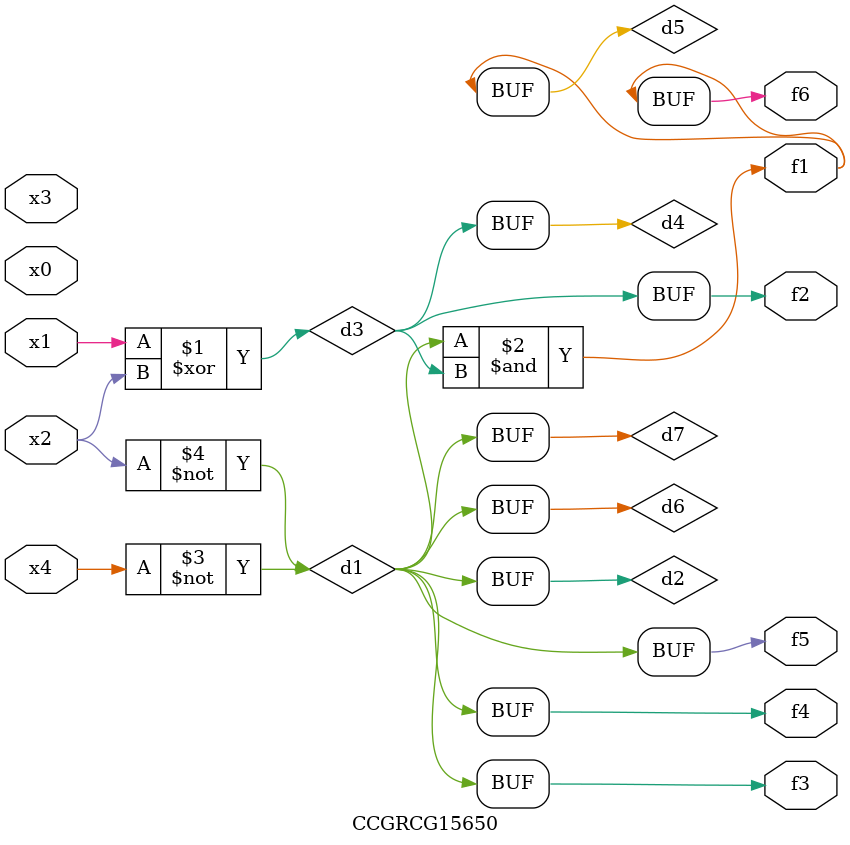
<source format=v>
module CCGRCG15650(
	input x0, x1, x2, x3, x4,
	output f1, f2, f3, f4, f5, f6
);

	wire d1, d2, d3, d4, d5, d6, d7;

	not (d1, x4);
	not (d2, x2);
	xor (d3, x1, x2);
	buf (d4, d3);
	and (d5, d1, d3);
	buf (d6, d1, d2);
	buf (d7, d2);
	assign f1 = d5;
	assign f2 = d4;
	assign f3 = d7;
	assign f4 = d7;
	assign f5 = d7;
	assign f6 = d5;
endmodule

</source>
